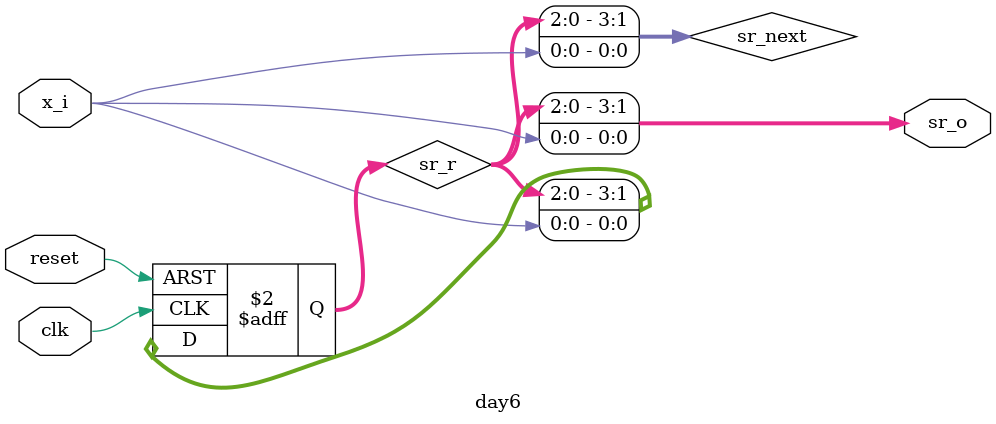
<source format=sv>
module day6(

input     wire        clk,
input     wire        reset,
input     wire        x_i,  // Serial input

output    wire[3:0]   sr_o  //Shift register output
);
  
  reg [3:0] sr_r;
  wire [3:0] sr_next;
  
  always @(posedge clk or posedge reset) begin
    if(reset)
      sr_r<=0;
    else
      sr_r<=sr_next;
  end
  assign sr_next={sr_r[2:0],x_i};
  assign sr_o=sr_next;
endmodule

</source>
